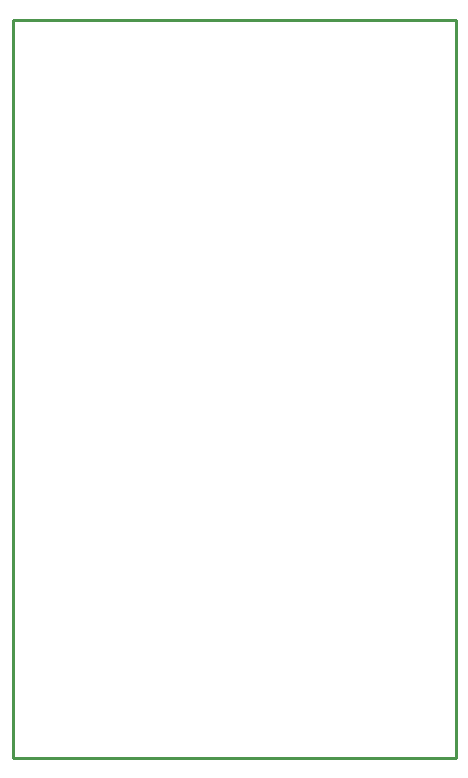
<source format=gbr>
G04 EAGLE Gerber RS-274X export*
G75*
%MOMM*%
%FSLAX34Y34*%
%LPD*%
%IN*%
%IPPOS*%
%AMOC8*
5,1,8,0,0,1.08239X$1,22.5*%
G01*
G04 Define Apertures*
%ADD10C,0.254000*%
D10*
X0Y0D02*
X375000Y0D01*
X375000Y625000D01*
X0Y625000D01*
X0Y0D01*
M02*

</source>
